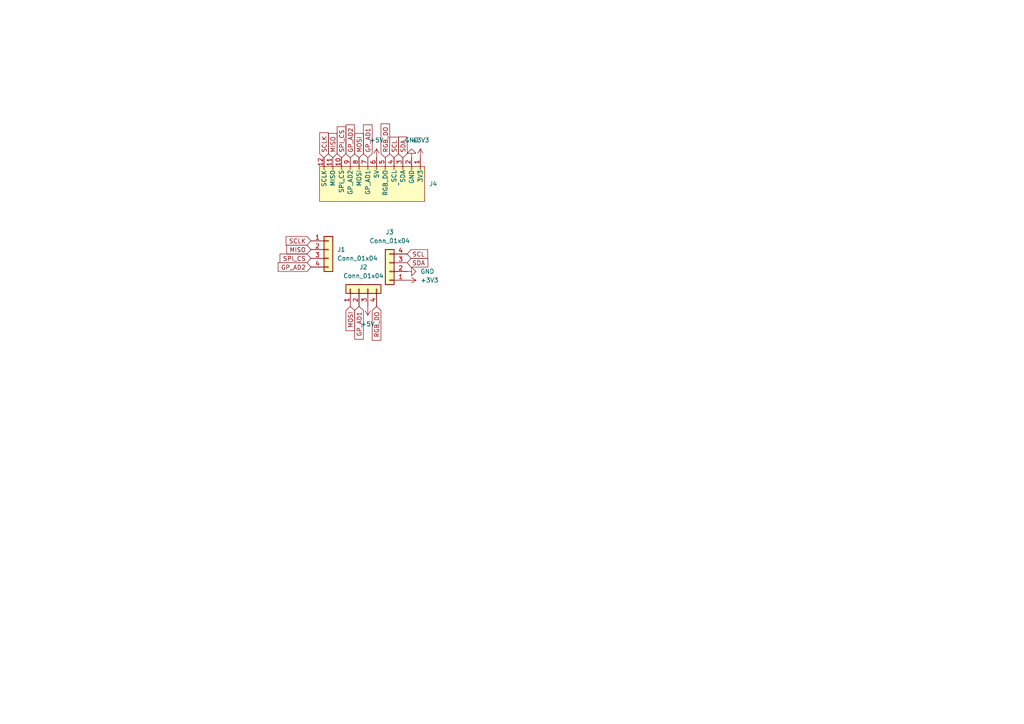
<source format=kicad_sch>
(kicad_sch (version 20230121) (generator eeschema)
  (paper "A4")
  (lib_symbols
    (symbol "Connector_Generic:Conn_01x04" (pin_names (offset 1.016) hide)
      (property "Reference" "J" (at 0 5.08 0))
      (property "Value" "Conn_01x04" (at 0 -7.62 0))
      (symbol "Conn_01x04_1_1"
        (rectangle (start -1.27 -4.953) (end 0 -5.207) (stroke (width 0.1524)))
        (rectangle (start -1.27 -2.413) (end 0 -2.667) (stroke (width 0.1524)))
        (rectangle (start -1.27 0.127) (end 0 -0.127) (stroke (width 0.1524)))
        (rectangle (start -1.27 2.667) (end 0 2.413) (stroke (width 0.1524)))
        (rectangle (start -1.27 3.81) (end 1.27 -6.35) (stroke (width 0.254)) (fill (type background)))
        (pin passive line (at -5.08 2.54 0) (length 3.81) (name "Pin_1") (number "1"))
        (pin passive line (at -5.08 0 0) (length 3.81) (name "Pin_2") (number "2"))
        (pin passive line (at -5.08 -2.54 0) (length 3.81) (name "Pin_3") (number "3"))
        (pin passive line (at -5.08 -5.08 0) (length 3.81) (name "Pin_4") (number "4"))
      )
    )
    (symbol "power:+3V3" (power) (pin_names (offset 0))
      (property "Value" "+3V3" (at 0 3.556 0))
      (symbol "+3V3_0_1"
        (polyline (pts (xy -0.762 1.27) (xy 0 2.54)))
        (polyline (pts (xy 0 0) (xy 0 2.54)))
        (polyline (pts (xy 0 2.54) (xy 0.762 1.27)))
      )
      (symbol "+3V3_1_1"
        (pin power_in line (at 0 0 90) (length 0) hide (name "+3V3") (number "1"))
      )
    )
    (symbol "power:+5V" (power) (pin_names (offset 0))
      (property "Value" "+5V" (at 0 3.556 0))
      (symbol "+5V_0_1"
        (polyline (pts (xy -0.762 1.27) (xy 0 2.54)))
        (polyline (pts (xy 0 0) (xy 0 2.54)))
        (polyline (pts (xy 0 2.54) (xy 0.762 1.27)))
      )
      (symbol "+5V_1_1"
        (pin power_in line (at 0 0 90) (length 0) hide (name "+5V") (number "1"))
      )
    )
    (symbol "power:GND" (power) (pin_names (offset 0))
      (property "Value" "GND" (at 0 -3.81 0))
      (symbol "GND_0_1"
        (polyline (pts (xy 0 0) (xy 0 -1.27) (xy 1.27 -1.27) (xy 0 -2.54) (xy -1.27 -1.27) (xy 0 -1.27)))
      )
      (symbol "GND_1_1"
        (pin power_in line (at 0 0 270) (length 0) hide (name "GND") (number "1"))
      )
    )
    (symbol "vik:vik-keyboard-connector" (pin_names (offset 1))
      (property "Reference" "J" (at 0 15.875 0))
      (symbol "vik-keyboard-connector_1_1"
        (rectangle (start -5.08 13.97) (end 5.08 -16.51) (fill (type background)))
        (rectangle (start -5.0546 -15.113) (end -4.191 -15.367) (stroke (width 0.1)))
        (rectangle (start -5.0546 -12.573) (end -4.191 -12.827) (stroke (width 0.1)))
        (rectangle (start -5.0546 -10.033) (end -4.191 -10.287) (stroke (width 0.1)))
        (rectangle (start -5.0546 -7.493) (end -4.191 -7.747) (stroke (width 0.1)))
        (rectangle (start -5.0546 -4.953) (end -4.191 -5.207) (stroke (width 0.1)))
        (rectangle (start -5.0546 -2.413) (end -4.191 -2.667) (stroke (width 0.1)))
        (rectangle (start -5.0546 0.127) (end -4.191 -0.127) (stroke (width 0.1)))
        (rectangle (start -5.0546 2.667) (end -4.191 2.413) (stroke (width 0.1)))
        (rectangle (start -5.0546 5.207) (end -4.191 4.953) (stroke (width 0.1)))
        (rectangle (start -5.0546 7.747) (end -4.191 7.493) (stroke (width 0.1)))
        (rectangle (start -5.0546 10.287) (end -4.191 10.033) (stroke (width 0.1)))
        (rectangle (start -5.0546 12.827) (end -4.191 12.573) (stroke (width 0.1)))
        (pin power_in line (at -7.62 12.7 0) (length 2.54) (name "3V3") (number "1"))
        (pin input line (at -7.62 -10.16 0) (length 2.54) (name "SPI_CS") (number "10"))
        (pin tri_state line (at -7.62 -12.7 0) (length 2.54) (name "MISO") (number "11"))
        (pin input line (at -7.62 -15.24 0) (length 2.54) (name "SCLK") (number "12"))
        (pin power_in line (at -7.62 10.16 0) (length 2.54) (name "GND") (number "2"))
        (pin bidirectional line (at -7.62 7.62 0) (length 2.54) (name "SDA") (number "3"))
        (pin bidirectional line (at -7.62 5.08 0) (length 2.54) (name "SCL") (number "4"))
        (pin input line (at -7.62 2.54 0) (length 2.54) (name "RGB_DO") (number "5"))
        (pin power_in line (at -7.62 0 0) (length 2.54) (name "5V") (number "6"))
        (pin bidirectional line (at -7.62 -2.54 0) (length 2.54) (name "GP_AD1") (number "7"))
        (pin input line (at -7.62 -5.08 0) (length 2.54) (name "MOSI") (number "8"))
        (pin bidirectional line (at -7.62 -7.62 0) (length 2.54) (name "GP_AD2") (number "9"))
      )
    )
  )
  (global_label "SDA" (shape input) (at 118.11 76.2 0) (property "Intersheetrefs" "${INTERSHEET_REFS}" (effects hide)))
  (global_label "RGB_DO" (shape input) (at 109.22 88.9 270) (property "Intersheetrefs" "${INTERSHEET_REFS}" (effects hide)))
  (global_label "SCLK" (shape input) (at 90.17 69.85 180) (property "Intersheetrefs" "${INTERSHEET_REFS}" (effects hide)))
  (global_label "MISO" (shape input) (at 96.52 45.72 90) (property "Intersheetrefs" "${INTERSHEET_REFS}" (effects hide)))
  (global_label "MOSI" (shape input) (at 104.14 45.72 90) (property "Intersheetrefs" "${INTERSHEET_REFS}" (effects hide)))
  (global_label "SPI_CS" (shape input) (at 90.17 74.93 180) (property "Intersheetrefs" "${INTERSHEET_REFS}" (effects hide)))
  (global_label "GP_AD1" (shape input) (at 104.14 88.9 270) (property "Intersheetrefs" "${INTERSHEET_REFS}" (effects hide)))
  (global_label "SDA" (shape input) (at 116.84 45.72 90) (property "Intersheetrefs" "${INTERSHEET_REFS}" (effects hide)))
  (global_label "GP_AD1" (shape input) (at 106.68 45.72 90) (property "Intersheetrefs" "${INTERSHEET_REFS}" (effects hide)))
  (global_label "SCL" (shape input) (at 114.3 45.72 90) (property "Intersheetrefs" "${INTERSHEET_REFS}" (effects hide)))
  (global_label "MISO" (shape input) (at 90.17 72.39 180) (property "Intersheetrefs" "${INTERSHEET_REFS}" (effects hide)))
  (global_label "RGB_DO" (shape input) (at 111.76 45.72 90) (property "Intersheetrefs" "${INTERSHEET_REFS}" (effects hide)))
  (global_label "SCL" (shape input) (at 118.11 73.66 0) (property "Intersheetrefs" "${INTERSHEET_REFS}" (effects hide)))
  (global_label "GP_AD2" (shape input) (at 101.6 45.72 90) (property "Intersheetrefs" "${INTERSHEET_REFS}" (effects hide)))
  (global_label "SCLK" (shape input) (at 93.98 45.72 90) (property "Intersheetrefs" "${INTERSHEET_REFS}" (effects hide)))
  (global_label "GP_AD2" (shape input) (at 90.17 77.47 180) (property "Intersheetrefs" "${INTERSHEET_REFS}" (effects hide)))
  (global_label "MOSI" (shape input) (at 101.6 88.9 270) (property "Intersheetrefs" "${INTERSHEET_REFS}" (effects hide)))
  (global_label "SPI_CS" (shape input) (at 99.06 45.72 90) (property "Intersheetrefs" "${INTERSHEET_REFS}" (effects hide)))
  (symbol (lib_id "vik:vik-keyboard-connector") (at 109.22 53.34 270) (unit 1)
    (property "Reference" "J4" (at 124.46 53.3277 90) (effects (justify left)))
    (property "Value" "~" (at 115.57 53.34 0))
    (property "Footprint" "vik:vik-keyboard-connector-horizontal" (effects hide))
  )
  (symbol (lib_id "power:GND") (at 118.11 78.74 90) (unit 1)
    (property "Reference" "#PWR04" (effects hide))
    (property "Value" "GND" (at 121.92 78.74 90) (effects (justify right)))
  )
  (symbol (lib_id "Connector_Generic:Conn_01x04") (at 95.25 72.39 0) (unit 1)
    (property "Reference" "J1" (at 97.79 72.39 0) (effects (justify left)))
    (property "Value" "Conn_01x04" (at 97.79 74.93 0) (effects (justify left)))
    (property "Footprint" "vik:Castellated2.54.01x04" (effects hide))
  )
  (symbol (lib_id "power:GND") (at 119.38 45.72 180) (unit 1)
    (property "Reference" "#PWR03" (effects hide))
    (property "Value" "GND" (at 119.38 40.64 0))
  )
  (symbol (lib_id "Connector_Generic:Conn_01x04") (at 113.03 78.74 180) (unit 1)
    (property "Reference" "J3" (at 113.03 67.31 0))
    (property "Value" "Conn_01x04" (at 113.03 69.85 0))
    (property "Footprint" "vik:Castellated2.54.01x04" (effects hide))
  )
  (symbol (lib_id "power:+5V") (at 106.68 88.9 180) (unit 1)
    (property "Reference" "#PWR02" (effects hide))
    (property "Value" "+5V" (at 106.68 93.98 0))
  )
  (symbol (lib_id "power:+5V") (at 109.22 45.72 0) (unit 1)
    (property "Reference" "#PWR01" (effects hide))
    (property "Value" "+5V" (at 109.22 40.64 0))
  )
  (symbol (lib_id "power:+3V3") (at 118.11 81.28 270) (unit 1)
    (property "Reference" "#PWR06" (effects hide))
    (property "Value" "+3V3" (at 121.92 81.28 90) (effects (justify left)))
  )
  (symbol (lib_id "Connector_Generic:Conn_01x04") (at 104.14 83.82 90) (unit 1)
    (property "Reference" "J2" (at 105.41 77.47 90))
    (property "Value" "Conn_01x04" (at 105.41 80.01 90))
    (property "Footprint" "vik:Castellated2.54.01x04" (effects hide))
  )
  (symbol (lib_id "power:+3V3") (at 121.92 45.72 0) (unit 1)
    (property "Reference" "#PWR05" (effects hide))
    (property "Value" "+3V3" (at 121.92 40.64 0))
  )
)
</source>
